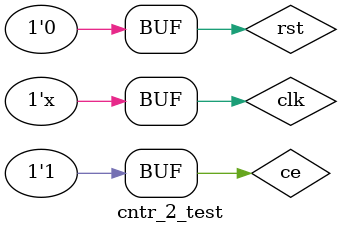
<source format=v>
`timescale 1ns / 1ps


module cntr_2_test;

	// Inputs
	reg clk;
	reg rst;
	reg ce;

	// Outputs
	wire [1:0] out;

	// Instantiate the Unit Under Test (UUT)
	cntr_2 uut (
		.clk(clk), 
		.rst(rst), 
		.ce(ce), 
		.out(out)
	);

	initial begin
		// Initialize Inputs
		clk = 0;
		rst = 1;
		ce = 0;

		// Wait 100 ns for global reset to finish
		#10;
		rst=0;
		ce = 1;
        
		// Add stimulus here

	end
	
	always #5
		clk <= ~clk;
      
endmodule


</source>
